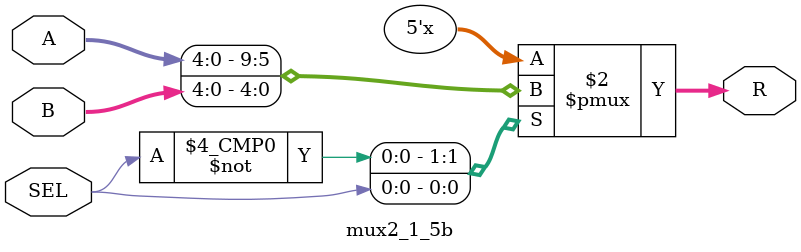
<source format=v>
module mux2_1_5b (
	input [4:0] A, B,
	input SEL,
	output reg [4:0] R
);

	always @* begin
		case ( SEL )
			0: R = A;
			1: R = B;
		endcase
	end

endmodule

</source>
